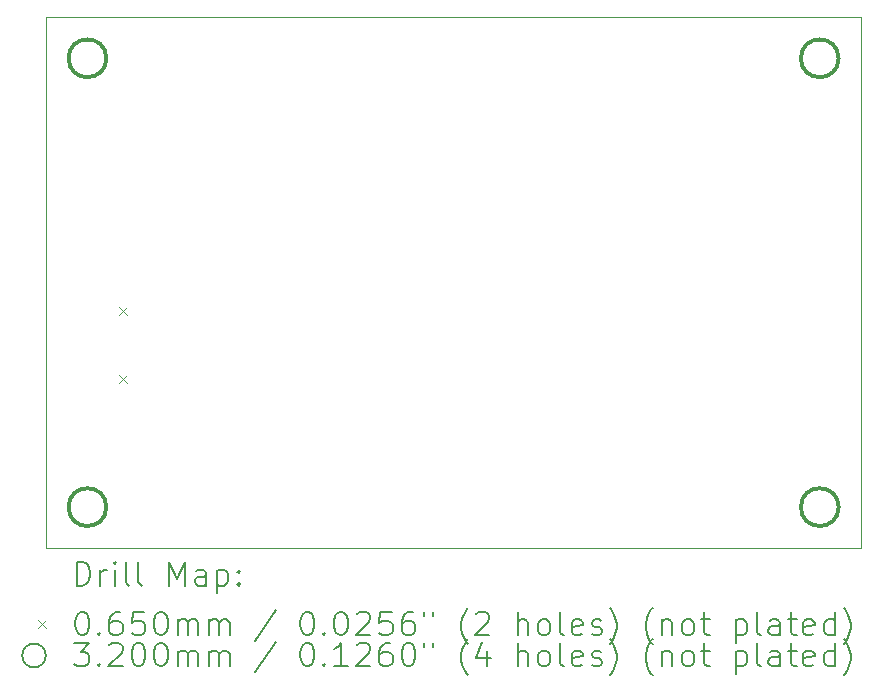
<source format=gbr>
%TF.GenerationSoftware,KiCad,Pcbnew,8.0.5*%
%TF.CreationDate,2024-10-07T09:04:04+02:00*%
%TF.ProjectId,ADC_Klipper_Board,4144435f-4b6c-4697-9070-65725f426f61,rev?*%
%TF.SameCoordinates,Original*%
%TF.FileFunction,Drillmap*%
%TF.FilePolarity,Positive*%
%FSLAX45Y45*%
G04 Gerber Fmt 4.5, Leading zero omitted, Abs format (unit mm)*
G04 Created by KiCad (PCBNEW 8.0.5) date 2024-10-07 09:04:04*
%MOMM*%
%LPD*%
G01*
G04 APERTURE LIST*
%ADD10C,0.050000*%
%ADD11C,0.200000*%
%ADD12C,0.100000*%
%ADD13C,0.320000*%
G04 APERTURE END LIST*
D10*
X9355000Y-5322500D02*
X16255000Y-5322500D01*
X16255000Y-9822500D01*
X9355000Y-9822500D01*
X9355000Y-5322500D01*
D11*
D12*
X9972500Y-7777500D02*
X10037500Y-7842500D01*
X10037500Y-7777500D02*
X9972500Y-7842500D01*
X9972500Y-8357500D02*
X10037500Y-8422500D01*
X10037500Y-8357500D02*
X9972500Y-8422500D01*
D13*
X9865000Y-5672500D02*
G75*
G02*
X9545000Y-5672500I-160000J0D01*
G01*
X9545000Y-5672500D02*
G75*
G02*
X9865000Y-5672500I160000J0D01*
G01*
X9865000Y-9472500D02*
G75*
G02*
X9545000Y-9472500I-160000J0D01*
G01*
X9545000Y-9472500D02*
G75*
G02*
X9865000Y-9472500I160000J0D01*
G01*
X16065000Y-5672500D02*
G75*
G02*
X15745000Y-5672500I-160000J0D01*
G01*
X15745000Y-5672500D02*
G75*
G02*
X16065000Y-5672500I160000J0D01*
G01*
X16065000Y-9472500D02*
G75*
G02*
X15745000Y-9472500I-160000J0D01*
G01*
X15745000Y-9472500D02*
G75*
G02*
X16065000Y-9472500I160000J0D01*
G01*
D11*
X9613277Y-10136484D02*
X9613277Y-9936484D01*
X9613277Y-9936484D02*
X9660896Y-9936484D01*
X9660896Y-9936484D02*
X9689467Y-9946008D01*
X9689467Y-9946008D02*
X9708515Y-9965055D01*
X9708515Y-9965055D02*
X9718039Y-9984103D01*
X9718039Y-9984103D02*
X9727563Y-10022198D01*
X9727563Y-10022198D02*
X9727563Y-10050770D01*
X9727563Y-10050770D02*
X9718039Y-10088865D01*
X9718039Y-10088865D02*
X9708515Y-10107912D01*
X9708515Y-10107912D02*
X9689467Y-10126960D01*
X9689467Y-10126960D02*
X9660896Y-10136484D01*
X9660896Y-10136484D02*
X9613277Y-10136484D01*
X9813277Y-10136484D02*
X9813277Y-10003150D01*
X9813277Y-10041246D02*
X9822801Y-10022198D01*
X9822801Y-10022198D02*
X9832324Y-10012674D01*
X9832324Y-10012674D02*
X9851372Y-10003150D01*
X9851372Y-10003150D02*
X9870420Y-10003150D01*
X9937086Y-10136484D02*
X9937086Y-10003150D01*
X9937086Y-9936484D02*
X9927563Y-9946008D01*
X9927563Y-9946008D02*
X9937086Y-9955531D01*
X9937086Y-9955531D02*
X9946610Y-9946008D01*
X9946610Y-9946008D02*
X9937086Y-9936484D01*
X9937086Y-9936484D02*
X9937086Y-9955531D01*
X10060896Y-10136484D02*
X10041848Y-10126960D01*
X10041848Y-10126960D02*
X10032324Y-10107912D01*
X10032324Y-10107912D02*
X10032324Y-9936484D01*
X10165658Y-10136484D02*
X10146610Y-10126960D01*
X10146610Y-10126960D02*
X10137086Y-10107912D01*
X10137086Y-10107912D02*
X10137086Y-9936484D01*
X10394229Y-10136484D02*
X10394229Y-9936484D01*
X10394229Y-9936484D02*
X10460896Y-10079341D01*
X10460896Y-10079341D02*
X10527563Y-9936484D01*
X10527563Y-9936484D02*
X10527563Y-10136484D01*
X10708515Y-10136484D02*
X10708515Y-10031722D01*
X10708515Y-10031722D02*
X10698991Y-10012674D01*
X10698991Y-10012674D02*
X10679944Y-10003150D01*
X10679944Y-10003150D02*
X10641848Y-10003150D01*
X10641848Y-10003150D02*
X10622801Y-10012674D01*
X10708515Y-10126960D02*
X10689467Y-10136484D01*
X10689467Y-10136484D02*
X10641848Y-10136484D01*
X10641848Y-10136484D02*
X10622801Y-10126960D01*
X10622801Y-10126960D02*
X10613277Y-10107912D01*
X10613277Y-10107912D02*
X10613277Y-10088865D01*
X10613277Y-10088865D02*
X10622801Y-10069817D01*
X10622801Y-10069817D02*
X10641848Y-10060293D01*
X10641848Y-10060293D02*
X10689467Y-10060293D01*
X10689467Y-10060293D02*
X10708515Y-10050770D01*
X10803753Y-10003150D02*
X10803753Y-10203150D01*
X10803753Y-10012674D02*
X10822801Y-10003150D01*
X10822801Y-10003150D02*
X10860896Y-10003150D01*
X10860896Y-10003150D02*
X10879944Y-10012674D01*
X10879944Y-10012674D02*
X10889467Y-10022198D01*
X10889467Y-10022198D02*
X10898991Y-10041246D01*
X10898991Y-10041246D02*
X10898991Y-10098389D01*
X10898991Y-10098389D02*
X10889467Y-10117436D01*
X10889467Y-10117436D02*
X10879944Y-10126960D01*
X10879944Y-10126960D02*
X10860896Y-10136484D01*
X10860896Y-10136484D02*
X10822801Y-10136484D01*
X10822801Y-10136484D02*
X10803753Y-10126960D01*
X10984705Y-10117436D02*
X10994229Y-10126960D01*
X10994229Y-10126960D02*
X10984705Y-10136484D01*
X10984705Y-10136484D02*
X10975182Y-10126960D01*
X10975182Y-10126960D02*
X10984705Y-10117436D01*
X10984705Y-10117436D02*
X10984705Y-10136484D01*
X10984705Y-10012674D02*
X10994229Y-10022198D01*
X10994229Y-10022198D02*
X10984705Y-10031722D01*
X10984705Y-10031722D02*
X10975182Y-10022198D01*
X10975182Y-10022198D02*
X10984705Y-10012674D01*
X10984705Y-10012674D02*
X10984705Y-10031722D01*
D12*
X9287500Y-10432500D02*
X9352500Y-10497500D01*
X9352500Y-10432500D02*
X9287500Y-10497500D01*
D11*
X9651372Y-10356484D02*
X9670420Y-10356484D01*
X9670420Y-10356484D02*
X9689467Y-10366008D01*
X9689467Y-10366008D02*
X9698991Y-10375531D01*
X9698991Y-10375531D02*
X9708515Y-10394579D01*
X9708515Y-10394579D02*
X9718039Y-10432674D01*
X9718039Y-10432674D02*
X9718039Y-10480293D01*
X9718039Y-10480293D02*
X9708515Y-10518389D01*
X9708515Y-10518389D02*
X9698991Y-10537436D01*
X9698991Y-10537436D02*
X9689467Y-10546960D01*
X9689467Y-10546960D02*
X9670420Y-10556484D01*
X9670420Y-10556484D02*
X9651372Y-10556484D01*
X9651372Y-10556484D02*
X9632324Y-10546960D01*
X9632324Y-10546960D02*
X9622801Y-10537436D01*
X9622801Y-10537436D02*
X9613277Y-10518389D01*
X9613277Y-10518389D02*
X9603753Y-10480293D01*
X9603753Y-10480293D02*
X9603753Y-10432674D01*
X9603753Y-10432674D02*
X9613277Y-10394579D01*
X9613277Y-10394579D02*
X9622801Y-10375531D01*
X9622801Y-10375531D02*
X9632324Y-10366008D01*
X9632324Y-10366008D02*
X9651372Y-10356484D01*
X9803753Y-10537436D02*
X9813277Y-10546960D01*
X9813277Y-10546960D02*
X9803753Y-10556484D01*
X9803753Y-10556484D02*
X9794229Y-10546960D01*
X9794229Y-10546960D02*
X9803753Y-10537436D01*
X9803753Y-10537436D02*
X9803753Y-10556484D01*
X9984705Y-10356484D02*
X9946610Y-10356484D01*
X9946610Y-10356484D02*
X9927563Y-10366008D01*
X9927563Y-10366008D02*
X9918039Y-10375531D01*
X9918039Y-10375531D02*
X9898991Y-10404103D01*
X9898991Y-10404103D02*
X9889467Y-10442198D01*
X9889467Y-10442198D02*
X9889467Y-10518389D01*
X9889467Y-10518389D02*
X9898991Y-10537436D01*
X9898991Y-10537436D02*
X9908515Y-10546960D01*
X9908515Y-10546960D02*
X9927563Y-10556484D01*
X9927563Y-10556484D02*
X9965658Y-10556484D01*
X9965658Y-10556484D02*
X9984705Y-10546960D01*
X9984705Y-10546960D02*
X9994229Y-10537436D01*
X9994229Y-10537436D02*
X10003753Y-10518389D01*
X10003753Y-10518389D02*
X10003753Y-10470770D01*
X10003753Y-10470770D02*
X9994229Y-10451722D01*
X9994229Y-10451722D02*
X9984705Y-10442198D01*
X9984705Y-10442198D02*
X9965658Y-10432674D01*
X9965658Y-10432674D02*
X9927563Y-10432674D01*
X9927563Y-10432674D02*
X9908515Y-10442198D01*
X9908515Y-10442198D02*
X9898991Y-10451722D01*
X9898991Y-10451722D02*
X9889467Y-10470770D01*
X10184705Y-10356484D02*
X10089467Y-10356484D01*
X10089467Y-10356484D02*
X10079944Y-10451722D01*
X10079944Y-10451722D02*
X10089467Y-10442198D01*
X10089467Y-10442198D02*
X10108515Y-10432674D01*
X10108515Y-10432674D02*
X10156134Y-10432674D01*
X10156134Y-10432674D02*
X10175182Y-10442198D01*
X10175182Y-10442198D02*
X10184705Y-10451722D01*
X10184705Y-10451722D02*
X10194229Y-10470770D01*
X10194229Y-10470770D02*
X10194229Y-10518389D01*
X10194229Y-10518389D02*
X10184705Y-10537436D01*
X10184705Y-10537436D02*
X10175182Y-10546960D01*
X10175182Y-10546960D02*
X10156134Y-10556484D01*
X10156134Y-10556484D02*
X10108515Y-10556484D01*
X10108515Y-10556484D02*
X10089467Y-10546960D01*
X10089467Y-10546960D02*
X10079944Y-10537436D01*
X10318039Y-10356484D02*
X10337086Y-10356484D01*
X10337086Y-10356484D02*
X10356134Y-10366008D01*
X10356134Y-10366008D02*
X10365658Y-10375531D01*
X10365658Y-10375531D02*
X10375182Y-10394579D01*
X10375182Y-10394579D02*
X10384705Y-10432674D01*
X10384705Y-10432674D02*
X10384705Y-10480293D01*
X10384705Y-10480293D02*
X10375182Y-10518389D01*
X10375182Y-10518389D02*
X10365658Y-10537436D01*
X10365658Y-10537436D02*
X10356134Y-10546960D01*
X10356134Y-10546960D02*
X10337086Y-10556484D01*
X10337086Y-10556484D02*
X10318039Y-10556484D01*
X10318039Y-10556484D02*
X10298991Y-10546960D01*
X10298991Y-10546960D02*
X10289467Y-10537436D01*
X10289467Y-10537436D02*
X10279944Y-10518389D01*
X10279944Y-10518389D02*
X10270420Y-10480293D01*
X10270420Y-10480293D02*
X10270420Y-10432674D01*
X10270420Y-10432674D02*
X10279944Y-10394579D01*
X10279944Y-10394579D02*
X10289467Y-10375531D01*
X10289467Y-10375531D02*
X10298991Y-10366008D01*
X10298991Y-10366008D02*
X10318039Y-10356484D01*
X10470420Y-10556484D02*
X10470420Y-10423150D01*
X10470420Y-10442198D02*
X10479944Y-10432674D01*
X10479944Y-10432674D02*
X10498991Y-10423150D01*
X10498991Y-10423150D02*
X10527563Y-10423150D01*
X10527563Y-10423150D02*
X10546610Y-10432674D01*
X10546610Y-10432674D02*
X10556134Y-10451722D01*
X10556134Y-10451722D02*
X10556134Y-10556484D01*
X10556134Y-10451722D02*
X10565658Y-10432674D01*
X10565658Y-10432674D02*
X10584705Y-10423150D01*
X10584705Y-10423150D02*
X10613277Y-10423150D01*
X10613277Y-10423150D02*
X10632325Y-10432674D01*
X10632325Y-10432674D02*
X10641848Y-10451722D01*
X10641848Y-10451722D02*
X10641848Y-10556484D01*
X10737086Y-10556484D02*
X10737086Y-10423150D01*
X10737086Y-10442198D02*
X10746610Y-10432674D01*
X10746610Y-10432674D02*
X10765658Y-10423150D01*
X10765658Y-10423150D02*
X10794229Y-10423150D01*
X10794229Y-10423150D02*
X10813277Y-10432674D01*
X10813277Y-10432674D02*
X10822801Y-10451722D01*
X10822801Y-10451722D02*
X10822801Y-10556484D01*
X10822801Y-10451722D02*
X10832325Y-10432674D01*
X10832325Y-10432674D02*
X10851372Y-10423150D01*
X10851372Y-10423150D02*
X10879944Y-10423150D01*
X10879944Y-10423150D02*
X10898991Y-10432674D01*
X10898991Y-10432674D02*
X10908515Y-10451722D01*
X10908515Y-10451722D02*
X10908515Y-10556484D01*
X11298991Y-10346960D02*
X11127563Y-10604103D01*
X11556134Y-10356484D02*
X11575182Y-10356484D01*
X11575182Y-10356484D02*
X11594229Y-10366008D01*
X11594229Y-10366008D02*
X11603753Y-10375531D01*
X11603753Y-10375531D02*
X11613277Y-10394579D01*
X11613277Y-10394579D02*
X11622801Y-10432674D01*
X11622801Y-10432674D02*
X11622801Y-10480293D01*
X11622801Y-10480293D02*
X11613277Y-10518389D01*
X11613277Y-10518389D02*
X11603753Y-10537436D01*
X11603753Y-10537436D02*
X11594229Y-10546960D01*
X11594229Y-10546960D02*
X11575182Y-10556484D01*
X11575182Y-10556484D02*
X11556134Y-10556484D01*
X11556134Y-10556484D02*
X11537086Y-10546960D01*
X11537086Y-10546960D02*
X11527563Y-10537436D01*
X11527563Y-10537436D02*
X11518039Y-10518389D01*
X11518039Y-10518389D02*
X11508515Y-10480293D01*
X11508515Y-10480293D02*
X11508515Y-10432674D01*
X11508515Y-10432674D02*
X11518039Y-10394579D01*
X11518039Y-10394579D02*
X11527563Y-10375531D01*
X11527563Y-10375531D02*
X11537086Y-10366008D01*
X11537086Y-10366008D02*
X11556134Y-10356484D01*
X11708515Y-10537436D02*
X11718039Y-10546960D01*
X11718039Y-10546960D02*
X11708515Y-10556484D01*
X11708515Y-10556484D02*
X11698991Y-10546960D01*
X11698991Y-10546960D02*
X11708515Y-10537436D01*
X11708515Y-10537436D02*
X11708515Y-10556484D01*
X11841848Y-10356484D02*
X11860896Y-10356484D01*
X11860896Y-10356484D02*
X11879944Y-10366008D01*
X11879944Y-10366008D02*
X11889467Y-10375531D01*
X11889467Y-10375531D02*
X11898991Y-10394579D01*
X11898991Y-10394579D02*
X11908515Y-10432674D01*
X11908515Y-10432674D02*
X11908515Y-10480293D01*
X11908515Y-10480293D02*
X11898991Y-10518389D01*
X11898991Y-10518389D02*
X11889467Y-10537436D01*
X11889467Y-10537436D02*
X11879944Y-10546960D01*
X11879944Y-10546960D02*
X11860896Y-10556484D01*
X11860896Y-10556484D02*
X11841848Y-10556484D01*
X11841848Y-10556484D02*
X11822801Y-10546960D01*
X11822801Y-10546960D02*
X11813277Y-10537436D01*
X11813277Y-10537436D02*
X11803753Y-10518389D01*
X11803753Y-10518389D02*
X11794229Y-10480293D01*
X11794229Y-10480293D02*
X11794229Y-10432674D01*
X11794229Y-10432674D02*
X11803753Y-10394579D01*
X11803753Y-10394579D02*
X11813277Y-10375531D01*
X11813277Y-10375531D02*
X11822801Y-10366008D01*
X11822801Y-10366008D02*
X11841848Y-10356484D01*
X11984706Y-10375531D02*
X11994229Y-10366008D01*
X11994229Y-10366008D02*
X12013277Y-10356484D01*
X12013277Y-10356484D02*
X12060896Y-10356484D01*
X12060896Y-10356484D02*
X12079944Y-10366008D01*
X12079944Y-10366008D02*
X12089467Y-10375531D01*
X12089467Y-10375531D02*
X12098991Y-10394579D01*
X12098991Y-10394579D02*
X12098991Y-10413627D01*
X12098991Y-10413627D02*
X12089467Y-10442198D01*
X12089467Y-10442198D02*
X11975182Y-10556484D01*
X11975182Y-10556484D02*
X12098991Y-10556484D01*
X12279944Y-10356484D02*
X12184706Y-10356484D01*
X12184706Y-10356484D02*
X12175182Y-10451722D01*
X12175182Y-10451722D02*
X12184706Y-10442198D01*
X12184706Y-10442198D02*
X12203753Y-10432674D01*
X12203753Y-10432674D02*
X12251372Y-10432674D01*
X12251372Y-10432674D02*
X12270420Y-10442198D01*
X12270420Y-10442198D02*
X12279944Y-10451722D01*
X12279944Y-10451722D02*
X12289467Y-10470770D01*
X12289467Y-10470770D02*
X12289467Y-10518389D01*
X12289467Y-10518389D02*
X12279944Y-10537436D01*
X12279944Y-10537436D02*
X12270420Y-10546960D01*
X12270420Y-10546960D02*
X12251372Y-10556484D01*
X12251372Y-10556484D02*
X12203753Y-10556484D01*
X12203753Y-10556484D02*
X12184706Y-10546960D01*
X12184706Y-10546960D02*
X12175182Y-10537436D01*
X12460896Y-10356484D02*
X12422801Y-10356484D01*
X12422801Y-10356484D02*
X12403753Y-10366008D01*
X12403753Y-10366008D02*
X12394229Y-10375531D01*
X12394229Y-10375531D02*
X12375182Y-10404103D01*
X12375182Y-10404103D02*
X12365658Y-10442198D01*
X12365658Y-10442198D02*
X12365658Y-10518389D01*
X12365658Y-10518389D02*
X12375182Y-10537436D01*
X12375182Y-10537436D02*
X12384706Y-10546960D01*
X12384706Y-10546960D02*
X12403753Y-10556484D01*
X12403753Y-10556484D02*
X12441848Y-10556484D01*
X12441848Y-10556484D02*
X12460896Y-10546960D01*
X12460896Y-10546960D02*
X12470420Y-10537436D01*
X12470420Y-10537436D02*
X12479944Y-10518389D01*
X12479944Y-10518389D02*
X12479944Y-10470770D01*
X12479944Y-10470770D02*
X12470420Y-10451722D01*
X12470420Y-10451722D02*
X12460896Y-10442198D01*
X12460896Y-10442198D02*
X12441848Y-10432674D01*
X12441848Y-10432674D02*
X12403753Y-10432674D01*
X12403753Y-10432674D02*
X12384706Y-10442198D01*
X12384706Y-10442198D02*
X12375182Y-10451722D01*
X12375182Y-10451722D02*
X12365658Y-10470770D01*
X12556134Y-10356484D02*
X12556134Y-10394579D01*
X12632325Y-10356484D02*
X12632325Y-10394579D01*
X12927563Y-10632674D02*
X12918039Y-10623150D01*
X12918039Y-10623150D02*
X12898991Y-10594579D01*
X12898991Y-10594579D02*
X12889468Y-10575531D01*
X12889468Y-10575531D02*
X12879944Y-10546960D01*
X12879944Y-10546960D02*
X12870420Y-10499341D01*
X12870420Y-10499341D02*
X12870420Y-10461246D01*
X12870420Y-10461246D02*
X12879944Y-10413627D01*
X12879944Y-10413627D02*
X12889468Y-10385055D01*
X12889468Y-10385055D02*
X12898991Y-10366008D01*
X12898991Y-10366008D02*
X12918039Y-10337436D01*
X12918039Y-10337436D02*
X12927563Y-10327912D01*
X12994229Y-10375531D02*
X13003753Y-10366008D01*
X13003753Y-10366008D02*
X13022801Y-10356484D01*
X13022801Y-10356484D02*
X13070420Y-10356484D01*
X13070420Y-10356484D02*
X13089468Y-10366008D01*
X13089468Y-10366008D02*
X13098991Y-10375531D01*
X13098991Y-10375531D02*
X13108515Y-10394579D01*
X13108515Y-10394579D02*
X13108515Y-10413627D01*
X13108515Y-10413627D02*
X13098991Y-10442198D01*
X13098991Y-10442198D02*
X12984706Y-10556484D01*
X12984706Y-10556484D02*
X13108515Y-10556484D01*
X13346610Y-10556484D02*
X13346610Y-10356484D01*
X13432325Y-10556484D02*
X13432325Y-10451722D01*
X13432325Y-10451722D02*
X13422801Y-10432674D01*
X13422801Y-10432674D02*
X13403753Y-10423150D01*
X13403753Y-10423150D02*
X13375182Y-10423150D01*
X13375182Y-10423150D02*
X13356134Y-10432674D01*
X13356134Y-10432674D02*
X13346610Y-10442198D01*
X13556134Y-10556484D02*
X13537087Y-10546960D01*
X13537087Y-10546960D02*
X13527563Y-10537436D01*
X13527563Y-10537436D02*
X13518039Y-10518389D01*
X13518039Y-10518389D02*
X13518039Y-10461246D01*
X13518039Y-10461246D02*
X13527563Y-10442198D01*
X13527563Y-10442198D02*
X13537087Y-10432674D01*
X13537087Y-10432674D02*
X13556134Y-10423150D01*
X13556134Y-10423150D02*
X13584706Y-10423150D01*
X13584706Y-10423150D02*
X13603753Y-10432674D01*
X13603753Y-10432674D02*
X13613277Y-10442198D01*
X13613277Y-10442198D02*
X13622801Y-10461246D01*
X13622801Y-10461246D02*
X13622801Y-10518389D01*
X13622801Y-10518389D02*
X13613277Y-10537436D01*
X13613277Y-10537436D02*
X13603753Y-10546960D01*
X13603753Y-10546960D02*
X13584706Y-10556484D01*
X13584706Y-10556484D02*
X13556134Y-10556484D01*
X13737087Y-10556484D02*
X13718039Y-10546960D01*
X13718039Y-10546960D02*
X13708515Y-10527912D01*
X13708515Y-10527912D02*
X13708515Y-10356484D01*
X13889468Y-10546960D02*
X13870420Y-10556484D01*
X13870420Y-10556484D02*
X13832325Y-10556484D01*
X13832325Y-10556484D02*
X13813277Y-10546960D01*
X13813277Y-10546960D02*
X13803753Y-10527912D01*
X13803753Y-10527912D02*
X13803753Y-10451722D01*
X13803753Y-10451722D02*
X13813277Y-10432674D01*
X13813277Y-10432674D02*
X13832325Y-10423150D01*
X13832325Y-10423150D02*
X13870420Y-10423150D01*
X13870420Y-10423150D02*
X13889468Y-10432674D01*
X13889468Y-10432674D02*
X13898991Y-10451722D01*
X13898991Y-10451722D02*
X13898991Y-10470770D01*
X13898991Y-10470770D02*
X13803753Y-10489817D01*
X13975182Y-10546960D02*
X13994230Y-10556484D01*
X13994230Y-10556484D02*
X14032325Y-10556484D01*
X14032325Y-10556484D02*
X14051372Y-10546960D01*
X14051372Y-10546960D02*
X14060896Y-10527912D01*
X14060896Y-10527912D02*
X14060896Y-10518389D01*
X14060896Y-10518389D02*
X14051372Y-10499341D01*
X14051372Y-10499341D02*
X14032325Y-10489817D01*
X14032325Y-10489817D02*
X14003753Y-10489817D01*
X14003753Y-10489817D02*
X13984706Y-10480293D01*
X13984706Y-10480293D02*
X13975182Y-10461246D01*
X13975182Y-10461246D02*
X13975182Y-10451722D01*
X13975182Y-10451722D02*
X13984706Y-10432674D01*
X13984706Y-10432674D02*
X14003753Y-10423150D01*
X14003753Y-10423150D02*
X14032325Y-10423150D01*
X14032325Y-10423150D02*
X14051372Y-10432674D01*
X14127563Y-10632674D02*
X14137087Y-10623150D01*
X14137087Y-10623150D02*
X14156134Y-10594579D01*
X14156134Y-10594579D02*
X14165658Y-10575531D01*
X14165658Y-10575531D02*
X14175182Y-10546960D01*
X14175182Y-10546960D02*
X14184706Y-10499341D01*
X14184706Y-10499341D02*
X14184706Y-10461246D01*
X14184706Y-10461246D02*
X14175182Y-10413627D01*
X14175182Y-10413627D02*
X14165658Y-10385055D01*
X14165658Y-10385055D02*
X14156134Y-10366008D01*
X14156134Y-10366008D02*
X14137087Y-10337436D01*
X14137087Y-10337436D02*
X14127563Y-10327912D01*
X14489468Y-10632674D02*
X14479944Y-10623150D01*
X14479944Y-10623150D02*
X14460896Y-10594579D01*
X14460896Y-10594579D02*
X14451372Y-10575531D01*
X14451372Y-10575531D02*
X14441849Y-10546960D01*
X14441849Y-10546960D02*
X14432325Y-10499341D01*
X14432325Y-10499341D02*
X14432325Y-10461246D01*
X14432325Y-10461246D02*
X14441849Y-10413627D01*
X14441849Y-10413627D02*
X14451372Y-10385055D01*
X14451372Y-10385055D02*
X14460896Y-10366008D01*
X14460896Y-10366008D02*
X14479944Y-10337436D01*
X14479944Y-10337436D02*
X14489468Y-10327912D01*
X14565658Y-10423150D02*
X14565658Y-10556484D01*
X14565658Y-10442198D02*
X14575182Y-10432674D01*
X14575182Y-10432674D02*
X14594230Y-10423150D01*
X14594230Y-10423150D02*
X14622801Y-10423150D01*
X14622801Y-10423150D02*
X14641849Y-10432674D01*
X14641849Y-10432674D02*
X14651372Y-10451722D01*
X14651372Y-10451722D02*
X14651372Y-10556484D01*
X14775182Y-10556484D02*
X14756134Y-10546960D01*
X14756134Y-10546960D02*
X14746611Y-10537436D01*
X14746611Y-10537436D02*
X14737087Y-10518389D01*
X14737087Y-10518389D02*
X14737087Y-10461246D01*
X14737087Y-10461246D02*
X14746611Y-10442198D01*
X14746611Y-10442198D02*
X14756134Y-10432674D01*
X14756134Y-10432674D02*
X14775182Y-10423150D01*
X14775182Y-10423150D02*
X14803753Y-10423150D01*
X14803753Y-10423150D02*
X14822801Y-10432674D01*
X14822801Y-10432674D02*
X14832325Y-10442198D01*
X14832325Y-10442198D02*
X14841849Y-10461246D01*
X14841849Y-10461246D02*
X14841849Y-10518389D01*
X14841849Y-10518389D02*
X14832325Y-10537436D01*
X14832325Y-10537436D02*
X14822801Y-10546960D01*
X14822801Y-10546960D02*
X14803753Y-10556484D01*
X14803753Y-10556484D02*
X14775182Y-10556484D01*
X14898992Y-10423150D02*
X14975182Y-10423150D01*
X14927563Y-10356484D02*
X14927563Y-10527912D01*
X14927563Y-10527912D02*
X14937087Y-10546960D01*
X14937087Y-10546960D02*
X14956134Y-10556484D01*
X14956134Y-10556484D02*
X14975182Y-10556484D01*
X15194230Y-10423150D02*
X15194230Y-10623150D01*
X15194230Y-10432674D02*
X15213277Y-10423150D01*
X15213277Y-10423150D02*
X15251373Y-10423150D01*
X15251373Y-10423150D02*
X15270420Y-10432674D01*
X15270420Y-10432674D02*
X15279944Y-10442198D01*
X15279944Y-10442198D02*
X15289468Y-10461246D01*
X15289468Y-10461246D02*
X15289468Y-10518389D01*
X15289468Y-10518389D02*
X15279944Y-10537436D01*
X15279944Y-10537436D02*
X15270420Y-10546960D01*
X15270420Y-10546960D02*
X15251373Y-10556484D01*
X15251373Y-10556484D02*
X15213277Y-10556484D01*
X15213277Y-10556484D02*
X15194230Y-10546960D01*
X15403753Y-10556484D02*
X15384706Y-10546960D01*
X15384706Y-10546960D02*
X15375182Y-10527912D01*
X15375182Y-10527912D02*
X15375182Y-10356484D01*
X15565658Y-10556484D02*
X15565658Y-10451722D01*
X15565658Y-10451722D02*
X15556134Y-10432674D01*
X15556134Y-10432674D02*
X15537087Y-10423150D01*
X15537087Y-10423150D02*
X15498992Y-10423150D01*
X15498992Y-10423150D02*
X15479944Y-10432674D01*
X15565658Y-10546960D02*
X15546611Y-10556484D01*
X15546611Y-10556484D02*
X15498992Y-10556484D01*
X15498992Y-10556484D02*
X15479944Y-10546960D01*
X15479944Y-10546960D02*
X15470420Y-10527912D01*
X15470420Y-10527912D02*
X15470420Y-10508865D01*
X15470420Y-10508865D02*
X15479944Y-10489817D01*
X15479944Y-10489817D02*
X15498992Y-10480293D01*
X15498992Y-10480293D02*
X15546611Y-10480293D01*
X15546611Y-10480293D02*
X15565658Y-10470770D01*
X15632325Y-10423150D02*
X15708515Y-10423150D01*
X15660896Y-10356484D02*
X15660896Y-10527912D01*
X15660896Y-10527912D02*
X15670420Y-10546960D01*
X15670420Y-10546960D02*
X15689468Y-10556484D01*
X15689468Y-10556484D02*
X15708515Y-10556484D01*
X15851373Y-10546960D02*
X15832325Y-10556484D01*
X15832325Y-10556484D02*
X15794230Y-10556484D01*
X15794230Y-10556484D02*
X15775182Y-10546960D01*
X15775182Y-10546960D02*
X15765658Y-10527912D01*
X15765658Y-10527912D02*
X15765658Y-10451722D01*
X15765658Y-10451722D02*
X15775182Y-10432674D01*
X15775182Y-10432674D02*
X15794230Y-10423150D01*
X15794230Y-10423150D02*
X15832325Y-10423150D01*
X15832325Y-10423150D02*
X15851373Y-10432674D01*
X15851373Y-10432674D02*
X15860896Y-10451722D01*
X15860896Y-10451722D02*
X15860896Y-10470770D01*
X15860896Y-10470770D02*
X15765658Y-10489817D01*
X16032325Y-10556484D02*
X16032325Y-10356484D01*
X16032325Y-10546960D02*
X16013277Y-10556484D01*
X16013277Y-10556484D02*
X15975182Y-10556484D01*
X15975182Y-10556484D02*
X15956134Y-10546960D01*
X15956134Y-10546960D02*
X15946611Y-10537436D01*
X15946611Y-10537436D02*
X15937087Y-10518389D01*
X15937087Y-10518389D02*
X15937087Y-10461246D01*
X15937087Y-10461246D02*
X15946611Y-10442198D01*
X15946611Y-10442198D02*
X15956134Y-10432674D01*
X15956134Y-10432674D02*
X15975182Y-10423150D01*
X15975182Y-10423150D02*
X16013277Y-10423150D01*
X16013277Y-10423150D02*
X16032325Y-10432674D01*
X16108515Y-10632674D02*
X16118039Y-10623150D01*
X16118039Y-10623150D02*
X16137087Y-10594579D01*
X16137087Y-10594579D02*
X16146611Y-10575531D01*
X16146611Y-10575531D02*
X16156134Y-10546960D01*
X16156134Y-10546960D02*
X16165658Y-10499341D01*
X16165658Y-10499341D02*
X16165658Y-10461246D01*
X16165658Y-10461246D02*
X16156134Y-10413627D01*
X16156134Y-10413627D02*
X16146611Y-10385055D01*
X16146611Y-10385055D02*
X16137087Y-10366008D01*
X16137087Y-10366008D02*
X16118039Y-10337436D01*
X16118039Y-10337436D02*
X16108515Y-10327912D01*
X9352500Y-10729000D02*
G75*
G02*
X9152500Y-10729000I-100000J0D01*
G01*
X9152500Y-10729000D02*
G75*
G02*
X9352500Y-10729000I100000J0D01*
G01*
X9594229Y-10620484D02*
X9718039Y-10620484D01*
X9718039Y-10620484D02*
X9651372Y-10696674D01*
X9651372Y-10696674D02*
X9679944Y-10696674D01*
X9679944Y-10696674D02*
X9698991Y-10706198D01*
X9698991Y-10706198D02*
X9708515Y-10715722D01*
X9708515Y-10715722D02*
X9718039Y-10734770D01*
X9718039Y-10734770D02*
X9718039Y-10782389D01*
X9718039Y-10782389D02*
X9708515Y-10801436D01*
X9708515Y-10801436D02*
X9698991Y-10810960D01*
X9698991Y-10810960D02*
X9679944Y-10820484D01*
X9679944Y-10820484D02*
X9622801Y-10820484D01*
X9622801Y-10820484D02*
X9603753Y-10810960D01*
X9603753Y-10810960D02*
X9594229Y-10801436D01*
X9803753Y-10801436D02*
X9813277Y-10810960D01*
X9813277Y-10810960D02*
X9803753Y-10820484D01*
X9803753Y-10820484D02*
X9794229Y-10810960D01*
X9794229Y-10810960D02*
X9803753Y-10801436D01*
X9803753Y-10801436D02*
X9803753Y-10820484D01*
X9889467Y-10639531D02*
X9898991Y-10630008D01*
X9898991Y-10630008D02*
X9918039Y-10620484D01*
X9918039Y-10620484D02*
X9965658Y-10620484D01*
X9965658Y-10620484D02*
X9984705Y-10630008D01*
X9984705Y-10630008D02*
X9994229Y-10639531D01*
X9994229Y-10639531D02*
X10003753Y-10658579D01*
X10003753Y-10658579D02*
X10003753Y-10677627D01*
X10003753Y-10677627D02*
X9994229Y-10706198D01*
X9994229Y-10706198D02*
X9879944Y-10820484D01*
X9879944Y-10820484D02*
X10003753Y-10820484D01*
X10127563Y-10620484D02*
X10146610Y-10620484D01*
X10146610Y-10620484D02*
X10165658Y-10630008D01*
X10165658Y-10630008D02*
X10175182Y-10639531D01*
X10175182Y-10639531D02*
X10184705Y-10658579D01*
X10184705Y-10658579D02*
X10194229Y-10696674D01*
X10194229Y-10696674D02*
X10194229Y-10744293D01*
X10194229Y-10744293D02*
X10184705Y-10782389D01*
X10184705Y-10782389D02*
X10175182Y-10801436D01*
X10175182Y-10801436D02*
X10165658Y-10810960D01*
X10165658Y-10810960D02*
X10146610Y-10820484D01*
X10146610Y-10820484D02*
X10127563Y-10820484D01*
X10127563Y-10820484D02*
X10108515Y-10810960D01*
X10108515Y-10810960D02*
X10098991Y-10801436D01*
X10098991Y-10801436D02*
X10089467Y-10782389D01*
X10089467Y-10782389D02*
X10079944Y-10744293D01*
X10079944Y-10744293D02*
X10079944Y-10696674D01*
X10079944Y-10696674D02*
X10089467Y-10658579D01*
X10089467Y-10658579D02*
X10098991Y-10639531D01*
X10098991Y-10639531D02*
X10108515Y-10630008D01*
X10108515Y-10630008D02*
X10127563Y-10620484D01*
X10318039Y-10620484D02*
X10337086Y-10620484D01*
X10337086Y-10620484D02*
X10356134Y-10630008D01*
X10356134Y-10630008D02*
X10365658Y-10639531D01*
X10365658Y-10639531D02*
X10375182Y-10658579D01*
X10375182Y-10658579D02*
X10384705Y-10696674D01*
X10384705Y-10696674D02*
X10384705Y-10744293D01*
X10384705Y-10744293D02*
X10375182Y-10782389D01*
X10375182Y-10782389D02*
X10365658Y-10801436D01*
X10365658Y-10801436D02*
X10356134Y-10810960D01*
X10356134Y-10810960D02*
X10337086Y-10820484D01*
X10337086Y-10820484D02*
X10318039Y-10820484D01*
X10318039Y-10820484D02*
X10298991Y-10810960D01*
X10298991Y-10810960D02*
X10289467Y-10801436D01*
X10289467Y-10801436D02*
X10279944Y-10782389D01*
X10279944Y-10782389D02*
X10270420Y-10744293D01*
X10270420Y-10744293D02*
X10270420Y-10696674D01*
X10270420Y-10696674D02*
X10279944Y-10658579D01*
X10279944Y-10658579D02*
X10289467Y-10639531D01*
X10289467Y-10639531D02*
X10298991Y-10630008D01*
X10298991Y-10630008D02*
X10318039Y-10620484D01*
X10470420Y-10820484D02*
X10470420Y-10687150D01*
X10470420Y-10706198D02*
X10479944Y-10696674D01*
X10479944Y-10696674D02*
X10498991Y-10687150D01*
X10498991Y-10687150D02*
X10527563Y-10687150D01*
X10527563Y-10687150D02*
X10546610Y-10696674D01*
X10546610Y-10696674D02*
X10556134Y-10715722D01*
X10556134Y-10715722D02*
X10556134Y-10820484D01*
X10556134Y-10715722D02*
X10565658Y-10696674D01*
X10565658Y-10696674D02*
X10584705Y-10687150D01*
X10584705Y-10687150D02*
X10613277Y-10687150D01*
X10613277Y-10687150D02*
X10632325Y-10696674D01*
X10632325Y-10696674D02*
X10641848Y-10715722D01*
X10641848Y-10715722D02*
X10641848Y-10820484D01*
X10737086Y-10820484D02*
X10737086Y-10687150D01*
X10737086Y-10706198D02*
X10746610Y-10696674D01*
X10746610Y-10696674D02*
X10765658Y-10687150D01*
X10765658Y-10687150D02*
X10794229Y-10687150D01*
X10794229Y-10687150D02*
X10813277Y-10696674D01*
X10813277Y-10696674D02*
X10822801Y-10715722D01*
X10822801Y-10715722D02*
X10822801Y-10820484D01*
X10822801Y-10715722D02*
X10832325Y-10696674D01*
X10832325Y-10696674D02*
X10851372Y-10687150D01*
X10851372Y-10687150D02*
X10879944Y-10687150D01*
X10879944Y-10687150D02*
X10898991Y-10696674D01*
X10898991Y-10696674D02*
X10908515Y-10715722D01*
X10908515Y-10715722D02*
X10908515Y-10820484D01*
X11298991Y-10610960D02*
X11127563Y-10868103D01*
X11556134Y-10620484D02*
X11575182Y-10620484D01*
X11575182Y-10620484D02*
X11594229Y-10630008D01*
X11594229Y-10630008D02*
X11603753Y-10639531D01*
X11603753Y-10639531D02*
X11613277Y-10658579D01*
X11613277Y-10658579D02*
X11622801Y-10696674D01*
X11622801Y-10696674D02*
X11622801Y-10744293D01*
X11622801Y-10744293D02*
X11613277Y-10782389D01*
X11613277Y-10782389D02*
X11603753Y-10801436D01*
X11603753Y-10801436D02*
X11594229Y-10810960D01*
X11594229Y-10810960D02*
X11575182Y-10820484D01*
X11575182Y-10820484D02*
X11556134Y-10820484D01*
X11556134Y-10820484D02*
X11537086Y-10810960D01*
X11537086Y-10810960D02*
X11527563Y-10801436D01*
X11527563Y-10801436D02*
X11518039Y-10782389D01*
X11518039Y-10782389D02*
X11508515Y-10744293D01*
X11508515Y-10744293D02*
X11508515Y-10696674D01*
X11508515Y-10696674D02*
X11518039Y-10658579D01*
X11518039Y-10658579D02*
X11527563Y-10639531D01*
X11527563Y-10639531D02*
X11537086Y-10630008D01*
X11537086Y-10630008D02*
X11556134Y-10620484D01*
X11708515Y-10801436D02*
X11718039Y-10810960D01*
X11718039Y-10810960D02*
X11708515Y-10820484D01*
X11708515Y-10820484D02*
X11698991Y-10810960D01*
X11698991Y-10810960D02*
X11708515Y-10801436D01*
X11708515Y-10801436D02*
X11708515Y-10820484D01*
X11908515Y-10820484D02*
X11794229Y-10820484D01*
X11851372Y-10820484D02*
X11851372Y-10620484D01*
X11851372Y-10620484D02*
X11832325Y-10649055D01*
X11832325Y-10649055D02*
X11813277Y-10668103D01*
X11813277Y-10668103D02*
X11794229Y-10677627D01*
X11984706Y-10639531D02*
X11994229Y-10630008D01*
X11994229Y-10630008D02*
X12013277Y-10620484D01*
X12013277Y-10620484D02*
X12060896Y-10620484D01*
X12060896Y-10620484D02*
X12079944Y-10630008D01*
X12079944Y-10630008D02*
X12089467Y-10639531D01*
X12089467Y-10639531D02*
X12098991Y-10658579D01*
X12098991Y-10658579D02*
X12098991Y-10677627D01*
X12098991Y-10677627D02*
X12089467Y-10706198D01*
X12089467Y-10706198D02*
X11975182Y-10820484D01*
X11975182Y-10820484D02*
X12098991Y-10820484D01*
X12270420Y-10620484D02*
X12232325Y-10620484D01*
X12232325Y-10620484D02*
X12213277Y-10630008D01*
X12213277Y-10630008D02*
X12203753Y-10639531D01*
X12203753Y-10639531D02*
X12184706Y-10668103D01*
X12184706Y-10668103D02*
X12175182Y-10706198D01*
X12175182Y-10706198D02*
X12175182Y-10782389D01*
X12175182Y-10782389D02*
X12184706Y-10801436D01*
X12184706Y-10801436D02*
X12194229Y-10810960D01*
X12194229Y-10810960D02*
X12213277Y-10820484D01*
X12213277Y-10820484D02*
X12251372Y-10820484D01*
X12251372Y-10820484D02*
X12270420Y-10810960D01*
X12270420Y-10810960D02*
X12279944Y-10801436D01*
X12279944Y-10801436D02*
X12289467Y-10782389D01*
X12289467Y-10782389D02*
X12289467Y-10734770D01*
X12289467Y-10734770D02*
X12279944Y-10715722D01*
X12279944Y-10715722D02*
X12270420Y-10706198D01*
X12270420Y-10706198D02*
X12251372Y-10696674D01*
X12251372Y-10696674D02*
X12213277Y-10696674D01*
X12213277Y-10696674D02*
X12194229Y-10706198D01*
X12194229Y-10706198D02*
X12184706Y-10715722D01*
X12184706Y-10715722D02*
X12175182Y-10734770D01*
X12413277Y-10620484D02*
X12432325Y-10620484D01*
X12432325Y-10620484D02*
X12451372Y-10630008D01*
X12451372Y-10630008D02*
X12460896Y-10639531D01*
X12460896Y-10639531D02*
X12470420Y-10658579D01*
X12470420Y-10658579D02*
X12479944Y-10696674D01*
X12479944Y-10696674D02*
X12479944Y-10744293D01*
X12479944Y-10744293D02*
X12470420Y-10782389D01*
X12470420Y-10782389D02*
X12460896Y-10801436D01*
X12460896Y-10801436D02*
X12451372Y-10810960D01*
X12451372Y-10810960D02*
X12432325Y-10820484D01*
X12432325Y-10820484D02*
X12413277Y-10820484D01*
X12413277Y-10820484D02*
X12394229Y-10810960D01*
X12394229Y-10810960D02*
X12384706Y-10801436D01*
X12384706Y-10801436D02*
X12375182Y-10782389D01*
X12375182Y-10782389D02*
X12365658Y-10744293D01*
X12365658Y-10744293D02*
X12365658Y-10696674D01*
X12365658Y-10696674D02*
X12375182Y-10658579D01*
X12375182Y-10658579D02*
X12384706Y-10639531D01*
X12384706Y-10639531D02*
X12394229Y-10630008D01*
X12394229Y-10630008D02*
X12413277Y-10620484D01*
X12556134Y-10620484D02*
X12556134Y-10658579D01*
X12632325Y-10620484D02*
X12632325Y-10658579D01*
X12927563Y-10896674D02*
X12918039Y-10887150D01*
X12918039Y-10887150D02*
X12898991Y-10858579D01*
X12898991Y-10858579D02*
X12889468Y-10839531D01*
X12889468Y-10839531D02*
X12879944Y-10810960D01*
X12879944Y-10810960D02*
X12870420Y-10763341D01*
X12870420Y-10763341D02*
X12870420Y-10725246D01*
X12870420Y-10725246D02*
X12879944Y-10677627D01*
X12879944Y-10677627D02*
X12889468Y-10649055D01*
X12889468Y-10649055D02*
X12898991Y-10630008D01*
X12898991Y-10630008D02*
X12918039Y-10601436D01*
X12918039Y-10601436D02*
X12927563Y-10591912D01*
X13089468Y-10687150D02*
X13089468Y-10820484D01*
X13041848Y-10610960D02*
X12994229Y-10753817D01*
X12994229Y-10753817D02*
X13118039Y-10753817D01*
X13346610Y-10820484D02*
X13346610Y-10620484D01*
X13432325Y-10820484D02*
X13432325Y-10715722D01*
X13432325Y-10715722D02*
X13422801Y-10696674D01*
X13422801Y-10696674D02*
X13403753Y-10687150D01*
X13403753Y-10687150D02*
X13375182Y-10687150D01*
X13375182Y-10687150D02*
X13356134Y-10696674D01*
X13356134Y-10696674D02*
X13346610Y-10706198D01*
X13556134Y-10820484D02*
X13537087Y-10810960D01*
X13537087Y-10810960D02*
X13527563Y-10801436D01*
X13527563Y-10801436D02*
X13518039Y-10782389D01*
X13518039Y-10782389D02*
X13518039Y-10725246D01*
X13518039Y-10725246D02*
X13527563Y-10706198D01*
X13527563Y-10706198D02*
X13537087Y-10696674D01*
X13537087Y-10696674D02*
X13556134Y-10687150D01*
X13556134Y-10687150D02*
X13584706Y-10687150D01*
X13584706Y-10687150D02*
X13603753Y-10696674D01*
X13603753Y-10696674D02*
X13613277Y-10706198D01*
X13613277Y-10706198D02*
X13622801Y-10725246D01*
X13622801Y-10725246D02*
X13622801Y-10782389D01*
X13622801Y-10782389D02*
X13613277Y-10801436D01*
X13613277Y-10801436D02*
X13603753Y-10810960D01*
X13603753Y-10810960D02*
X13584706Y-10820484D01*
X13584706Y-10820484D02*
X13556134Y-10820484D01*
X13737087Y-10820484D02*
X13718039Y-10810960D01*
X13718039Y-10810960D02*
X13708515Y-10791912D01*
X13708515Y-10791912D02*
X13708515Y-10620484D01*
X13889468Y-10810960D02*
X13870420Y-10820484D01*
X13870420Y-10820484D02*
X13832325Y-10820484D01*
X13832325Y-10820484D02*
X13813277Y-10810960D01*
X13813277Y-10810960D02*
X13803753Y-10791912D01*
X13803753Y-10791912D02*
X13803753Y-10715722D01*
X13803753Y-10715722D02*
X13813277Y-10696674D01*
X13813277Y-10696674D02*
X13832325Y-10687150D01*
X13832325Y-10687150D02*
X13870420Y-10687150D01*
X13870420Y-10687150D02*
X13889468Y-10696674D01*
X13889468Y-10696674D02*
X13898991Y-10715722D01*
X13898991Y-10715722D02*
X13898991Y-10734770D01*
X13898991Y-10734770D02*
X13803753Y-10753817D01*
X13975182Y-10810960D02*
X13994230Y-10820484D01*
X13994230Y-10820484D02*
X14032325Y-10820484D01*
X14032325Y-10820484D02*
X14051372Y-10810960D01*
X14051372Y-10810960D02*
X14060896Y-10791912D01*
X14060896Y-10791912D02*
X14060896Y-10782389D01*
X14060896Y-10782389D02*
X14051372Y-10763341D01*
X14051372Y-10763341D02*
X14032325Y-10753817D01*
X14032325Y-10753817D02*
X14003753Y-10753817D01*
X14003753Y-10753817D02*
X13984706Y-10744293D01*
X13984706Y-10744293D02*
X13975182Y-10725246D01*
X13975182Y-10725246D02*
X13975182Y-10715722D01*
X13975182Y-10715722D02*
X13984706Y-10696674D01*
X13984706Y-10696674D02*
X14003753Y-10687150D01*
X14003753Y-10687150D02*
X14032325Y-10687150D01*
X14032325Y-10687150D02*
X14051372Y-10696674D01*
X14127563Y-10896674D02*
X14137087Y-10887150D01*
X14137087Y-10887150D02*
X14156134Y-10858579D01*
X14156134Y-10858579D02*
X14165658Y-10839531D01*
X14165658Y-10839531D02*
X14175182Y-10810960D01*
X14175182Y-10810960D02*
X14184706Y-10763341D01*
X14184706Y-10763341D02*
X14184706Y-10725246D01*
X14184706Y-10725246D02*
X14175182Y-10677627D01*
X14175182Y-10677627D02*
X14165658Y-10649055D01*
X14165658Y-10649055D02*
X14156134Y-10630008D01*
X14156134Y-10630008D02*
X14137087Y-10601436D01*
X14137087Y-10601436D02*
X14127563Y-10591912D01*
X14489468Y-10896674D02*
X14479944Y-10887150D01*
X14479944Y-10887150D02*
X14460896Y-10858579D01*
X14460896Y-10858579D02*
X14451372Y-10839531D01*
X14451372Y-10839531D02*
X14441849Y-10810960D01*
X14441849Y-10810960D02*
X14432325Y-10763341D01*
X14432325Y-10763341D02*
X14432325Y-10725246D01*
X14432325Y-10725246D02*
X14441849Y-10677627D01*
X14441849Y-10677627D02*
X14451372Y-10649055D01*
X14451372Y-10649055D02*
X14460896Y-10630008D01*
X14460896Y-10630008D02*
X14479944Y-10601436D01*
X14479944Y-10601436D02*
X14489468Y-10591912D01*
X14565658Y-10687150D02*
X14565658Y-10820484D01*
X14565658Y-10706198D02*
X14575182Y-10696674D01*
X14575182Y-10696674D02*
X14594230Y-10687150D01*
X14594230Y-10687150D02*
X14622801Y-10687150D01*
X14622801Y-10687150D02*
X14641849Y-10696674D01*
X14641849Y-10696674D02*
X14651372Y-10715722D01*
X14651372Y-10715722D02*
X14651372Y-10820484D01*
X14775182Y-10820484D02*
X14756134Y-10810960D01*
X14756134Y-10810960D02*
X14746611Y-10801436D01*
X14746611Y-10801436D02*
X14737087Y-10782389D01*
X14737087Y-10782389D02*
X14737087Y-10725246D01*
X14737087Y-10725246D02*
X14746611Y-10706198D01*
X14746611Y-10706198D02*
X14756134Y-10696674D01*
X14756134Y-10696674D02*
X14775182Y-10687150D01*
X14775182Y-10687150D02*
X14803753Y-10687150D01*
X14803753Y-10687150D02*
X14822801Y-10696674D01*
X14822801Y-10696674D02*
X14832325Y-10706198D01*
X14832325Y-10706198D02*
X14841849Y-10725246D01*
X14841849Y-10725246D02*
X14841849Y-10782389D01*
X14841849Y-10782389D02*
X14832325Y-10801436D01*
X14832325Y-10801436D02*
X14822801Y-10810960D01*
X14822801Y-10810960D02*
X14803753Y-10820484D01*
X14803753Y-10820484D02*
X14775182Y-10820484D01*
X14898992Y-10687150D02*
X14975182Y-10687150D01*
X14927563Y-10620484D02*
X14927563Y-10791912D01*
X14927563Y-10791912D02*
X14937087Y-10810960D01*
X14937087Y-10810960D02*
X14956134Y-10820484D01*
X14956134Y-10820484D02*
X14975182Y-10820484D01*
X15194230Y-10687150D02*
X15194230Y-10887150D01*
X15194230Y-10696674D02*
X15213277Y-10687150D01*
X15213277Y-10687150D02*
X15251373Y-10687150D01*
X15251373Y-10687150D02*
X15270420Y-10696674D01*
X15270420Y-10696674D02*
X15279944Y-10706198D01*
X15279944Y-10706198D02*
X15289468Y-10725246D01*
X15289468Y-10725246D02*
X15289468Y-10782389D01*
X15289468Y-10782389D02*
X15279944Y-10801436D01*
X15279944Y-10801436D02*
X15270420Y-10810960D01*
X15270420Y-10810960D02*
X15251373Y-10820484D01*
X15251373Y-10820484D02*
X15213277Y-10820484D01*
X15213277Y-10820484D02*
X15194230Y-10810960D01*
X15403753Y-10820484D02*
X15384706Y-10810960D01*
X15384706Y-10810960D02*
X15375182Y-10791912D01*
X15375182Y-10791912D02*
X15375182Y-10620484D01*
X15565658Y-10820484D02*
X15565658Y-10715722D01*
X15565658Y-10715722D02*
X15556134Y-10696674D01*
X15556134Y-10696674D02*
X15537087Y-10687150D01*
X15537087Y-10687150D02*
X15498992Y-10687150D01*
X15498992Y-10687150D02*
X15479944Y-10696674D01*
X15565658Y-10810960D02*
X15546611Y-10820484D01*
X15546611Y-10820484D02*
X15498992Y-10820484D01*
X15498992Y-10820484D02*
X15479944Y-10810960D01*
X15479944Y-10810960D02*
X15470420Y-10791912D01*
X15470420Y-10791912D02*
X15470420Y-10772865D01*
X15470420Y-10772865D02*
X15479944Y-10753817D01*
X15479944Y-10753817D02*
X15498992Y-10744293D01*
X15498992Y-10744293D02*
X15546611Y-10744293D01*
X15546611Y-10744293D02*
X15565658Y-10734770D01*
X15632325Y-10687150D02*
X15708515Y-10687150D01*
X15660896Y-10620484D02*
X15660896Y-10791912D01*
X15660896Y-10791912D02*
X15670420Y-10810960D01*
X15670420Y-10810960D02*
X15689468Y-10820484D01*
X15689468Y-10820484D02*
X15708515Y-10820484D01*
X15851373Y-10810960D02*
X15832325Y-10820484D01*
X15832325Y-10820484D02*
X15794230Y-10820484D01*
X15794230Y-10820484D02*
X15775182Y-10810960D01*
X15775182Y-10810960D02*
X15765658Y-10791912D01*
X15765658Y-10791912D02*
X15765658Y-10715722D01*
X15765658Y-10715722D02*
X15775182Y-10696674D01*
X15775182Y-10696674D02*
X15794230Y-10687150D01*
X15794230Y-10687150D02*
X15832325Y-10687150D01*
X15832325Y-10687150D02*
X15851373Y-10696674D01*
X15851373Y-10696674D02*
X15860896Y-10715722D01*
X15860896Y-10715722D02*
X15860896Y-10734770D01*
X15860896Y-10734770D02*
X15765658Y-10753817D01*
X16032325Y-10820484D02*
X16032325Y-10620484D01*
X16032325Y-10810960D02*
X16013277Y-10820484D01*
X16013277Y-10820484D02*
X15975182Y-10820484D01*
X15975182Y-10820484D02*
X15956134Y-10810960D01*
X15956134Y-10810960D02*
X15946611Y-10801436D01*
X15946611Y-10801436D02*
X15937087Y-10782389D01*
X15937087Y-10782389D02*
X15937087Y-10725246D01*
X15937087Y-10725246D02*
X15946611Y-10706198D01*
X15946611Y-10706198D02*
X15956134Y-10696674D01*
X15956134Y-10696674D02*
X15975182Y-10687150D01*
X15975182Y-10687150D02*
X16013277Y-10687150D01*
X16013277Y-10687150D02*
X16032325Y-10696674D01*
X16108515Y-10896674D02*
X16118039Y-10887150D01*
X16118039Y-10887150D02*
X16137087Y-10858579D01*
X16137087Y-10858579D02*
X16146611Y-10839531D01*
X16146611Y-10839531D02*
X16156134Y-10810960D01*
X16156134Y-10810960D02*
X16165658Y-10763341D01*
X16165658Y-10763341D02*
X16165658Y-10725246D01*
X16165658Y-10725246D02*
X16156134Y-10677627D01*
X16156134Y-10677627D02*
X16146611Y-10649055D01*
X16146611Y-10649055D02*
X16137087Y-10630008D01*
X16137087Y-10630008D02*
X16118039Y-10601436D01*
X16118039Y-10601436D02*
X16108515Y-10591912D01*
M02*

</source>
